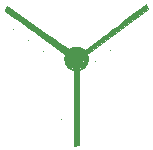
<source format=gbr>
%TF.GenerationSoftware,KiCad,Pcbnew,(6.0.7-1)-1*%
%TF.CreationDate,2022-10-05T00:05:40-06:00*%
%TF.ProjectId,FluxCapacitor,466c7578-4361-4706-9163-69746f722e6b,rev?*%
%TF.SameCoordinates,Original*%
%TF.FileFunction,Legend,Top*%
%TF.FilePolarity,Positive*%
%FSLAX46Y46*%
G04 Gerber Fmt 4.6, Leading zero omitted, Abs format (unit mm)*
G04 Created by KiCad (PCBNEW (6.0.7-1)-1) date 2022-10-05 00:05:40*
%MOMM*%
%LPD*%
G01*
G04 APERTURE LIST*
%ADD10C,0.150000*%
%ADD11C,0.010000*%
%ADD12C,0.100000*%
G04 APERTURE END LIST*
D10*
X107314683Y-90790000D02*
G75*
G03*
X107314683Y-90790000I-354683J0D01*
G01*
X107811724Y-90770000D02*
G75*
G03*
X107811724Y-90770000I-841724J0D01*
G01*
X107568982Y-90780000D02*
G75*
G03*
X107568982Y-90780000I-588982J0D01*
G01*
X107697008Y-90780000D02*
G75*
G03*
X107697008Y-90780000I-717008J0D01*
G01*
X107446905Y-90780000D02*
G75*
G03*
X107446905Y-90780000I-466905J0D01*
G01*
X107949381Y-90780000D02*
G75*
G03*
X107949381Y-90780000I-969381J0D01*
G01*
%TO.C,Ref\u002A\u002A*%
G36*
X112871000Y-86193000D02*
G01*
X112881000Y-86233000D01*
X112941000Y-86413000D01*
X113043800Y-86573400D01*
X107225145Y-90892956D01*
X107221584Y-98090946D01*
X106781276Y-98101153D01*
X106771496Y-90910997D01*
X103921592Y-88815334D01*
X103473857Y-88499459D01*
X103045706Y-88197440D01*
X102642227Y-87912863D01*
X102268503Y-87649314D01*
X101929623Y-87410376D01*
X101630670Y-87199636D01*
X101376732Y-87020679D01*
X101172895Y-86877090D01*
X101024243Y-86772455D01*
X100935863Y-86710358D01*
X100881000Y-86673000D01*
X100901000Y-86643000D01*
X100951000Y-86563000D01*
X101001000Y-86463000D01*
X101061000Y-86283000D01*
X104086544Y-88393069D01*
X104537146Y-88710455D01*
X104968106Y-89013397D01*
X105374389Y-89298389D01*
X105750964Y-89561931D01*
X106092795Y-89800519D01*
X106394849Y-90010650D01*
X106652094Y-90188822D01*
X106859494Y-90331531D01*
X107012016Y-90435274D01*
X107104628Y-90496550D01*
X107132397Y-90512646D01*
X107170360Y-90486728D01*
X107270162Y-90412667D01*
X107426804Y-90294299D01*
X107635292Y-90135460D01*
X107890628Y-89939985D01*
X108187817Y-89711709D01*
X108521861Y-89454467D01*
X108887765Y-89172095D01*
X109280532Y-88868428D01*
X109695166Y-88547302D01*
X109936152Y-88360419D01*
X110361300Y-88030875D01*
X110767709Y-87716456D01*
X111150346Y-87421020D01*
X111504182Y-87148423D01*
X111824182Y-86902523D01*
X112105317Y-86687178D01*
X112342554Y-86506243D01*
X112530862Y-86363577D01*
X112665208Y-86263037D01*
X112740561Y-86208481D01*
X112861000Y-86123000D01*
X112871000Y-86193000D01*
G37*
D11*
X112871000Y-86193000D02*
X112881000Y-86233000D01*
X112941000Y-86413000D01*
X113043800Y-86573400D01*
X107225145Y-90892956D01*
X107221584Y-98090946D01*
X106781276Y-98101153D01*
X106771496Y-90910997D01*
X103921592Y-88815334D01*
X103473857Y-88499459D01*
X103045706Y-88197440D01*
X102642227Y-87912863D01*
X102268503Y-87649314D01*
X101929623Y-87410376D01*
X101630670Y-87199636D01*
X101376732Y-87020679D01*
X101172895Y-86877090D01*
X101024243Y-86772455D01*
X100935863Y-86710358D01*
X100881000Y-86673000D01*
X100901000Y-86643000D01*
X100951000Y-86563000D01*
X101001000Y-86463000D01*
X101061000Y-86283000D01*
X104086544Y-88393069D01*
X104537146Y-88710455D01*
X104968106Y-89013397D01*
X105374389Y-89298389D01*
X105750964Y-89561931D01*
X106092795Y-89800519D01*
X106394849Y-90010650D01*
X106652094Y-90188822D01*
X106859494Y-90331531D01*
X107012016Y-90435274D01*
X107104628Y-90496550D01*
X107132397Y-90512646D01*
X107170360Y-90486728D01*
X107270162Y-90412667D01*
X107426804Y-90294299D01*
X107635292Y-90135460D01*
X107890628Y-89939985D01*
X108187817Y-89711709D01*
X108521861Y-89454467D01*
X108887765Y-89172095D01*
X109280532Y-88868428D01*
X109695166Y-88547302D01*
X109936152Y-88360419D01*
X110361300Y-88030875D01*
X110767709Y-87716456D01*
X111150346Y-87421020D01*
X111504182Y-87148423D01*
X111824182Y-86902523D01*
X112105317Y-86687178D01*
X112342554Y-86506243D01*
X112530862Y-86363577D01*
X112665208Y-86263037D01*
X112740561Y-86208481D01*
X112861000Y-86123000D01*
X112871000Y-86193000D01*
D12*
%TO.C,DCNTR1*%
X106980000Y-92007500D02*
G75*
G03*
X106980000Y-92007500I-50000J0D01*
G01*
%TO.C,D2*%
X101650000Y-88255000D02*
G75*
G03*
X101650000Y-88255000I-50000J0D01*
G01*
%TO.C,D7*%
X105727500Y-94488000D02*
G75*
G03*
X105727500Y-94488000I-50000J0D01*
G01*
%TO.C,D6*%
X111080000Y-89162500D02*
G75*
G03*
X111080000Y-89162500I-50000J0D01*
G01*
%TO.C,D9*%
X109890000Y-90042500D02*
G75*
G03*
X109890000Y-90042500I-50000J0D01*
G01*
%TO.C,D8*%
X104190000Y-90165000D02*
G75*
G03*
X104190000Y-90165000I-50000J0D01*
G01*
%TO.C,D1*%
X105757500Y-97282000D02*
G75*
G03*
X105757500Y-97282000I-50000J0D01*
G01*
%TO.C,D12*%
X108570000Y-90987500D02*
G75*
G03*
X108570000Y-90987500I-50000J0D01*
G01*
%TO.C,D4*%
X105732500Y-95885000D02*
G75*
G03*
X105732500Y-95885000I-50000J0D01*
G01*
%TO.C,D11*%
X105460000Y-90937500D02*
G75*
G03*
X105460000Y-90937500I-50000J0D01*
G01*
%TO.C,D10*%
X105737500Y-92964000D02*
G75*
G03*
X105737500Y-92964000I-50000J0D01*
G01*
%TO.C,D3*%
X112300000Y-88315000D02*
G75*
G03*
X112300000Y-88315000I-50000J0D01*
G01*
%TO.C,D5*%
X102920000Y-89197500D02*
G75*
G03*
X102920000Y-89197500I-50000J0D01*
G01*
%TD*%
M02*

</source>
